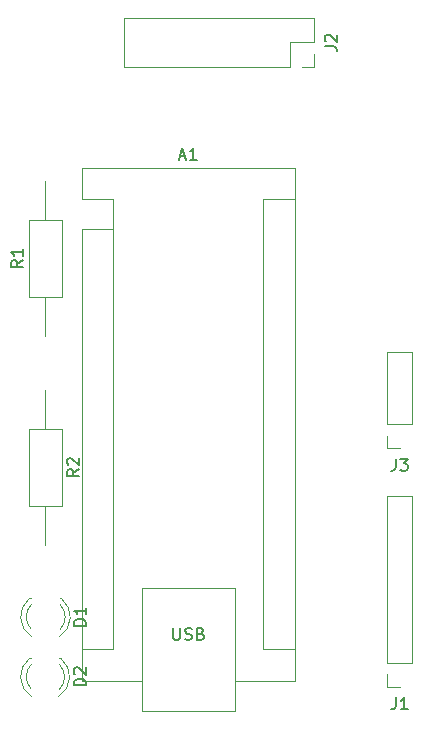
<source format=gbr>
%TF.GenerationSoftware,KiCad,Pcbnew,8.0.8*%
%TF.CreationDate,2025-01-20T01:16:46+01:00*%
%TF.ProjectId,NANO_MPU_SD_2Layers,4e414e4f-5f4d-4505-955f-53445f324c61,rev?*%
%TF.SameCoordinates,Original*%
%TF.FileFunction,Legend,Top*%
%TF.FilePolarity,Positive*%
%FSLAX46Y46*%
G04 Gerber Fmt 4.6, Leading zero omitted, Abs format (unit mm)*
G04 Created by KiCad (PCBNEW 8.0.8) date 2025-01-20 01:16:46*
%MOMM*%
%LPD*%
G01*
G04 APERTURE LIST*
%ADD10C,0.150000*%
%ADD11C,0.120000*%
G04 APERTURE END LIST*
D10*
X56514819Y-107538094D02*
X55514819Y-107538094D01*
X55514819Y-107538094D02*
X55514819Y-107299999D01*
X55514819Y-107299999D02*
X55562438Y-107157142D01*
X55562438Y-107157142D02*
X55657676Y-107061904D01*
X55657676Y-107061904D02*
X55752914Y-107014285D01*
X55752914Y-107014285D02*
X55943390Y-106966666D01*
X55943390Y-106966666D02*
X56086247Y-106966666D01*
X56086247Y-106966666D02*
X56276723Y-107014285D01*
X56276723Y-107014285D02*
X56371961Y-107061904D01*
X56371961Y-107061904D02*
X56467200Y-107157142D01*
X56467200Y-107157142D02*
X56514819Y-107299999D01*
X56514819Y-107299999D02*
X56514819Y-107538094D01*
X55610057Y-106585713D02*
X55562438Y-106538094D01*
X55562438Y-106538094D02*
X55514819Y-106442856D01*
X55514819Y-106442856D02*
X55514819Y-106204761D01*
X55514819Y-106204761D02*
X55562438Y-106109523D01*
X55562438Y-106109523D02*
X55610057Y-106061904D01*
X55610057Y-106061904D02*
X55705295Y-106014285D01*
X55705295Y-106014285D02*
X55800533Y-106014285D01*
X55800533Y-106014285D02*
X55943390Y-106061904D01*
X55943390Y-106061904D02*
X56514819Y-106633332D01*
X56514819Y-106633332D02*
X56514819Y-106014285D01*
X56514819Y-102468094D02*
X55514819Y-102468094D01*
X55514819Y-102468094D02*
X55514819Y-102229999D01*
X55514819Y-102229999D02*
X55562438Y-102087142D01*
X55562438Y-102087142D02*
X55657676Y-101991904D01*
X55657676Y-101991904D02*
X55752914Y-101944285D01*
X55752914Y-101944285D02*
X55943390Y-101896666D01*
X55943390Y-101896666D02*
X56086247Y-101896666D01*
X56086247Y-101896666D02*
X56276723Y-101944285D01*
X56276723Y-101944285D02*
X56371961Y-101991904D01*
X56371961Y-101991904D02*
X56467200Y-102087142D01*
X56467200Y-102087142D02*
X56514819Y-102229999D01*
X56514819Y-102229999D02*
X56514819Y-102468094D01*
X56514819Y-100944285D02*
X56514819Y-101515713D01*
X56514819Y-101229999D02*
X55514819Y-101229999D01*
X55514819Y-101229999D02*
X55657676Y-101325237D01*
X55657676Y-101325237D02*
X55752914Y-101420475D01*
X55752914Y-101420475D02*
X55800533Y-101515713D01*
X55924819Y-89246666D02*
X55448628Y-89579999D01*
X55924819Y-89818094D02*
X54924819Y-89818094D01*
X54924819Y-89818094D02*
X54924819Y-89437142D01*
X54924819Y-89437142D02*
X54972438Y-89341904D01*
X54972438Y-89341904D02*
X55020057Y-89294285D01*
X55020057Y-89294285D02*
X55115295Y-89246666D01*
X55115295Y-89246666D02*
X55258152Y-89246666D01*
X55258152Y-89246666D02*
X55353390Y-89294285D01*
X55353390Y-89294285D02*
X55401009Y-89341904D01*
X55401009Y-89341904D02*
X55448628Y-89437142D01*
X55448628Y-89437142D02*
X55448628Y-89818094D01*
X55020057Y-88865713D02*
X54972438Y-88818094D01*
X54972438Y-88818094D02*
X54924819Y-88722856D01*
X54924819Y-88722856D02*
X54924819Y-88484761D01*
X54924819Y-88484761D02*
X54972438Y-88389523D01*
X54972438Y-88389523D02*
X55020057Y-88341904D01*
X55020057Y-88341904D02*
X55115295Y-88294285D01*
X55115295Y-88294285D02*
X55210533Y-88294285D01*
X55210533Y-88294285D02*
X55353390Y-88341904D01*
X55353390Y-88341904D02*
X55924819Y-88913332D01*
X55924819Y-88913332D02*
X55924819Y-88294285D01*
X76754819Y-53433333D02*
X77469104Y-53433333D01*
X77469104Y-53433333D02*
X77611961Y-53480952D01*
X77611961Y-53480952D02*
X77707200Y-53576190D01*
X77707200Y-53576190D02*
X77754819Y-53719047D01*
X77754819Y-53719047D02*
X77754819Y-53814285D01*
X76850057Y-53004761D02*
X76802438Y-52957142D01*
X76802438Y-52957142D02*
X76754819Y-52861904D01*
X76754819Y-52861904D02*
X76754819Y-52623809D01*
X76754819Y-52623809D02*
X76802438Y-52528571D01*
X76802438Y-52528571D02*
X76850057Y-52480952D01*
X76850057Y-52480952D02*
X76945295Y-52433333D01*
X76945295Y-52433333D02*
X77040533Y-52433333D01*
X77040533Y-52433333D02*
X77183390Y-52480952D01*
X77183390Y-52480952D02*
X77754819Y-53052380D01*
X77754819Y-53052380D02*
X77754819Y-52433333D01*
X64465714Y-62749104D02*
X64941904Y-62749104D01*
X64370476Y-63034819D02*
X64703809Y-62034819D01*
X64703809Y-62034819D02*
X65037142Y-63034819D01*
X65894285Y-63034819D02*
X65322857Y-63034819D01*
X65608571Y-63034819D02*
X65608571Y-62034819D01*
X65608571Y-62034819D02*
X65513333Y-62177676D01*
X65513333Y-62177676D02*
X65418095Y-62272914D01*
X65418095Y-62272914D02*
X65322857Y-62320533D01*
X63918095Y-102674819D02*
X63918095Y-103484342D01*
X63918095Y-103484342D02*
X63965714Y-103579580D01*
X63965714Y-103579580D02*
X64013333Y-103627200D01*
X64013333Y-103627200D02*
X64108571Y-103674819D01*
X64108571Y-103674819D02*
X64299047Y-103674819D01*
X64299047Y-103674819D02*
X64394285Y-103627200D01*
X64394285Y-103627200D02*
X64441904Y-103579580D01*
X64441904Y-103579580D02*
X64489523Y-103484342D01*
X64489523Y-103484342D02*
X64489523Y-102674819D01*
X64918095Y-103627200D02*
X65060952Y-103674819D01*
X65060952Y-103674819D02*
X65299047Y-103674819D01*
X65299047Y-103674819D02*
X65394285Y-103627200D01*
X65394285Y-103627200D02*
X65441904Y-103579580D01*
X65441904Y-103579580D02*
X65489523Y-103484342D01*
X65489523Y-103484342D02*
X65489523Y-103389104D01*
X65489523Y-103389104D02*
X65441904Y-103293866D01*
X65441904Y-103293866D02*
X65394285Y-103246247D01*
X65394285Y-103246247D02*
X65299047Y-103198628D01*
X65299047Y-103198628D02*
X65108571Y-103151009D01*
X65108571Y-103151009D02*
X65013333Y-103103390D01*
X65013333Y-103103390D02*
X64965714Y-103055771D01*
X64965714Y-103055771D02*
X64918095Y-102960533D01*
X64918095Y-102960533D02*
X64918095Y-102865295D01*
X64918095Y-102865295D02*
X64965714Y-102770057D01*
X64965714Y-102770057D02*
X65013333Y-102722438D01*
X65013333Y-102722438D02*
X65108571Y-102674819D01*
X65108571Y-102674819D02*
X65346666Y-102674819D01*
X65346666Y-102674819D02*
X65489523Y-102722438D01*
X66251428Y-103151009D02*
X66394285Y-103198628D01*
X66394285Y-103198628D02*
X66441904Y-103246247D01*
X66441904Y-103246247D02*
X66489523Y-103341485D01*
X66489523Y-103341485D02*
X66489523Y-103484342D01*
X66489523Y-103484342D02*
X66441904Y-103579580D01*
X66441904Y-103579580D02*
X66394285Y-103627200D01*
X66394285Y-103627200D02*
X66299047Y-103674819D01*
X66299047Y-103674819D02*
X65918095Y-103674819D01*
X65918095Y-103674819D02*
X65918095Y-102674819D01*
X65918095Y-102674819D02*
X66251428Y-102674819D01*
X66251428Y-102674819D02*
X66346666Y-102722438D01*
X66346666Y-102722438D02*
X66394285Y-102770057D01*
X66394285Y-102770057D02*
X66441904Y-102865295D01*
X66441904Y-102865295D02*
X66441904Y-102960533D01*
X66441904Y-102960533D02*
X66394285Y-103055771D01*
X66394285Y-103055771D02*
X66346666Y-103103390D01*
X66346666Y-103103390D02*
X66251428Y-103151009D01*
X66251428Y-103151009D02*
X65918095Y-103151009D01*
X82766666Y-88354819D02*
X82766666Y-89069104D01*
X82766666Y-89069104D02*
X82719047Y-89211961D01*
X82719047Y-89211961D02*
X82623809Y-89307200D01*
X82623809Y-89307200D02*
X82480952Y-89354819D01*
X82480952Y-89354819D02*
X82385714Y-89354819D01*
X83147619Y-88354819D02*
X83766666Y-88354819D01*
X83766666Y-88354819D02*
X83433333Y-88735771D01*
X83433333Y-88735771D02*
X83576190Y-88735771D01*
X83576190Y-88735771D02*
X83671428Y-88783390D01*
X83671428Y-88783390D02*
X83719047Y-88831009D01*
X83719047Y-88831009D02*
X83766666Y-88926247D01*
X83766666Y-88926247D02*
X83766666Y-89164342D01*
X83766666Y-89164342D02*
X83719047Y-89259580D01*
X83719047Y-89259580D02*
X83671428Y-89307200D01*
X83671428Y-89307200D02*
X83576190Y-89354819D01*
X83576190Y-89354819D02*
X83290476Y-89354819D01*
X83290476Y-89354819D02*
X83195238Y-89307200D01*
X83195238Y-89307200D02*
X83147619Y-89259580D01*
X82766666Y-108554819D02*
X82766666Y-109269104D01*
X82766666Y-109269104D02*
X82719047Y-109411961D01*
X82719047Y-109411961D02*
X82623809Y-109507200D01*
X82623809Y-109507200D02*
X82480952Y-109554819D01*
X82480952Y-109554819D02*
X82385714Y-109554819D01*
X83766666Y-109554819D02*
X83195238Y-109554819D01*
X83480952Y-109554819D02*
X83480952Y-108554819D01*
X83480952Y-108554819D02*
X83385714Y-108697676D01*
X83385714Y-108697676D02*
X83290476Y-108792914D01*
X83290476Y-108792914D02*
X83195238Y-108840533D01*
X51184819Y-71546666D02*
X50708628Y-71879999D01*
X51184819Y-72118094D02*
X50184819Y-72118094D01*
X50184819Y-72118094D02*
X50184819Y-71737142D01*
X50184819Y-71737142D02*
X50232438Y-71641904D01*
X50232438Y-71641904D02*
X50280057Y-71594285D01*
X50280057Y-71594285D02*
X50375295Y-71546666D01*
X50375295Y-71546666D02*
X50518152Y-71546666D01*
X50518152Y-71546666D02*
X50613390Y-71594285D01*
X50613390Y-71594285D02*
X50661009Y-71641904D01*
X50661009Y-71641904D02*
X50708628Y-71737142D01*
X50708628Y-71737142D02*
X50708628Y-72118094D01*
X51184819Y-70594285D02*
X51184819Y-71165713D01*
X51184819Y-70879999D02*
X50184819Y-70879999D01*
X50184819Y-70879999D02*
X50327676Y-70975237D01*
X50327676Y-70975237D02*
X50422914Y-71070475D01*
X50422914Y-71070475D02*
X50470533Y-71165713D01*
D11*
%TO.C,D2*%
X51900000Y-105230000D02*
X51744000Y-105230000D01*
X54406000Y-105240000D02*
X54250000Y-105240000D01*
X51905455Y-108471397D02*
G75*
G02*
X51750000Y-105240000I1080061J1671397D01*
G01*
X51899951Y-107840910D02*
G75*
G02*
X51900000Y-105759039I1080049J1040910D01*
G01*
X54300000Y-105780000D02*
G75*
G02*
X54300049Y-107861871I-1080000J-1040961D01*
G01*
X54397815Y-105240000D02*
G75*
G02*
X54242360Y-108471397I-1235516J-1560000D01*
G01*
%TO.C,D1*%
X54455455Y-100178603D02*
G75*
G02*
X54300000Y-103410000I-1235516J-1560000D01*
G01*
X54350000Y-100710000D02*
G75*
G02*
X54350049Y-102791871I-1080000J-1040961D01*
G01*
X51899951Y-102770910D02*
G75*
G02*
X51900000Y-100689039I1080049J1040910D01*
G01*
X51907640Y-103401397D02*
G75*
G02*
X51752185Y-100170000I1080061J1671397D01*
G01*
X54455455Y-100178603D02*
X54299455Y-100178603D01*
X51908185Y-100170000D02*
X51752185Y-100170000D01*
%TO.C,R2*%
X51730000Y-85810000D02*
X51730000Y-92350000D01*
X51730000Y-92350000D02*
X54470000Y-92350000D01*
X53100000Y-82500000D02*
X53100000Y-85810000D01*
X53100000Y-95660000D02*
X53100000Y-92350000D01*
X54470000Y-85810000D02*
X51730000Y-85810000D01*
X54470000Y-92350000D02*
X54470000Y-85810000D01*
%TO.C,J2*%
X59740000Y-51040000D02*
X59740000Y-55160000D01*
X73800000Y-53100000D02*
X73800000Y-55160000D01*
X73800000Y-55160000D02*
X59740000Y-55160000D01*
X75860000Y-51040000D02*
X59740000Y-51040000D01*
X75860000Y-51040000D02*
X75860000Y-53100000D01*
X75860000Y-53100000D02*
X73800000Y-53100000D01*
X75860000Y-54100000D02*
X75860000Y-55160000D01*
X75860000Y-55160000D02*
X74800000Y-55160000D01*
%TO.C,A1*%
X56160000Y-63720000D02*
X56160000Y-66390000D01*
X56160000Y-68930000D02*
X56160000Y-107160000D01*
X56160000Y-107160000D02*
X61240000Y-107160000D01*
X58830000Y-66390000D02*
X56160000Y-66390000D01*
X58830000Y-68930000D02*
X56160000Y-68930000D01*
X58830000Y-68930000D02*
X58830000Y-66390000D01*
X58830000Y-68930000D02*
X58830000Y-104490000D01*
X58830000Y-104490000D02*
X56160000Y-104490000D01*
X61240000Y-99280000D02*
X69120000Y-99280000D01*
X61240000Y-109700000D02*
X61240000Y-99280000D01*
X69120000Y-99280000D02*
X69120000Y-109700000D01*
X69120000Y-109700000D02*
X61240000Y-109700000D01*
X71530000Y-66390000D02*
X71530000Y-104490000D01*
X71530000Y-66390000D02*
X74200000Y-66390000D01*
X71530000Y-104490000D02*
X74200000Y-104490000D01*
X74200000Y-63720000D02*
X56160000Y-63720000D01*
X74200000Y-107160000D02*
X69120000Y-107160000D01*
X74200000Y-107160000D02*
X74200000Y-63720000D01*
%TO.C,J3*%
X82040000Y-85400000D02*
X82040000Y-79340000D01*
X82040000Y-87460000D02*
X82040000Y-86400000D01*
X83100000Y-87460000D02*
X82040000Y-87460000D01*
X84160000Y-79340000D02*
X82040000Y-79340000D01*
X84160000Y-85400000D02*
X82040000Y-85400000D01*
X84160000Y-85400000D02*
X84160000Y-79340000D01*
%TO.C,J1*%
X82040000Y-105600000D02*
X82040000Y-91540000D01*
X82040000Y-107660000D02*
X82040000Y-106600000D01*
X83100000Y-107660000D02*
X82040000Y-107660000D01*
X84160000Y-91540000D02*
X82040000Y-91540000D01*
X84160000Y-105600000D02*
X82040000Y-105600000D01*
X84160000Y-105600000D02*
X84160000Y-91540000D01*
%TO.C,R1*%
X51730000Y-68110000D02*
X51730000Y-74650000D01*
X51730000Y-74650000D02*
X54470000Y-74650000D01*
X53100000Y-64800000D02*
X53100000Y-68110000D01*
X53100000Y-77960000D02*
X53100000Y-74650000D01*
X54470000Y-68110000D02*
X51730000Y-68110000D01*
X54470000Y-74650000D02*
X54470000Y-68110000D01*
%TD*%
M02*

</source>
